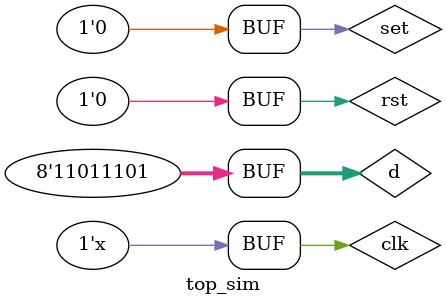
<source format=v>
`timescale 1ns / 1ps


module top_sim();
    reg set;
    reg clk;
    reg rst;
    reg [7:0]d;   //????????
    wire  z;
    top u1(.clk(clk),.set(set),.rst(rst),.d(d),.z(z));
    initial
        begin
        d=8'b11011101;set = 1'b1; clk = 1'b1; rst =0;
        #10 set = 1'b1;
        #10 set = 1'b0;
        end
    always
        begin
            #25 clk = ~clk;
        end
endmodule

</source>
